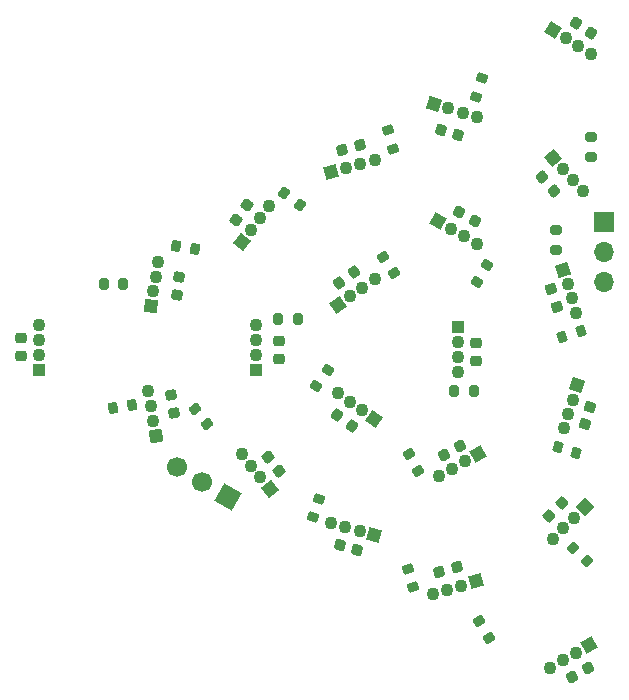
<source format=gbr>
%TF.GenerationSoftware,KiCad,Pcbnew,(6.0.2)*%
%TF.CreationDate,2022-03-10T12:30:13-08:00*%
%TF.ProjectId,triangle,74726961-6e67-46c6-952e-6b696361645f,rev?*%
%TF.SameCoordinates,Original*%
%TF.FileFunction,Soldermask,Top*%
%TF.FilePolarity,Negative*%
%FSLAX46Y46*%
G04 Gerber Fmt 4.6, Leading zero omitted, Abs format (unit mm)*
G04 Created by KiCad (PCBNEW (6.0.2)) date 2022-03-10 12:30:13*
%MOMM*%
%LPD*%
G01*
G04 APERTURE LIST*
G04 Aperture macros list*
%AMRoundRect*
0 Rectangle with rounded corners*
0 $1 Rounding radius*
0 $2 $3 $4 $5 $6 $7 $8 $9 X,Y pos of 4 corners*
0 Add a 4 corners polygon primitive as box body*
4,1,4,$2,$3,$4,$5,$6,$7,$8,$9,$2,$3,0*
0 Add four circle primitives for the rounded corners*
1,1,$1+$1,$2,$3*
1,1,$1+$1,$4,$5*
1,1,$1+$1,$6,$7*
1,1,$1+$1,$8,$9*
0 Add four rect primitives between the rounded corners*
20,1,$1+$1,$2,$3,$4,$5,0*
20,1,$1+$1,$4,$5,$6,$7,0*
20,1,$1+$1,$6,$7,$8,$9,0*
20,1,$1+$1,$8,$9,$2,$3,0*%
%AMHorizOval*
0 Thick line with rounded ends*
0 $1 width*
0 $2 $3 position (X,Y) of the first rounded end (center of the circle)*
0 $4 $5 position (X,Y) of the second rounded end (center of the circle)*
0 Add line between two ends*
20,1,$1,$2,$3,$4,$5,0*
0 Add two circle primitives to create the rounded ends*
1,1,$1,$2,$3*
1,1,$1,$4,$5*%
%AMRotRect*
0 Rectangle, with rotation*
0 The origin of the aperture is its center*
0 $1 length*
0 $2 width*
0 $3 Rotation angle, in degrees counterclockwise*
0 Add horizontal line*
21,1,$1,$2,0,0,$3*%
G04 Aperture macros list end*
%ADD10R,1.700000X1.700000*%
%ADD11O,1.700000X1.700000*%
%ADD12RoundRect,0.225000X0.285273X-0.178170X0.207131X0.264994X-0.285273X0.178170X-0.207131X-0.264994X0*%
%ADD13RoundRect,0.225000X-0.168235X0.291242X-0.307293X-0.136733X0.168235X-0.291242X0.307293X0.136733X0*%
%ADD14RoundRect,0.200000X-0.275000X0.200000X-0.275000X-0.200000X0.275000X-0.200000X0.275000X0.200000X0*%
%ADD15RoundRect,0.225000X0.069856X0.329006X-0.319856X0.104006X-0.069856X-0.329006X0.319856X-0.104006X0*%
%ADD16RoundRect,0.225000X0.147375X0.302334X-0.285193X0.178297X-0.147375X-0.302334X0.285193X-0.178297X0*%
%ADD17RotRect,1.700000X1.700000X240.000000*%
%ADD18HorizOval,1.700000X0.000000X0.000000X0.000000X0.000000X0*%
%ADD19RoundRect,0.200000X-0.339982X0.006097X-0.110552X-0.321564X0.339982X-0.006097X0.110552X0.321564X0*%
%ADD20RoundRect,0.225000X-0.288261X-0.173293X0.142076X-0.304860X0.288261X0.173293X-0.142076X0.304860X0*%
%ADD21RoundRect,0.200000X0.319474X-0.116452X0.209219X0.268053X-0.319474X0.116452X-0.209219X-0.268053X0*%
%ADD22RoundRect,0.200000X0.209219X-0.268053X0.319474X0.116452X-0.209219X0.268053X-0.319474X-0.116452X0*%
%ADD23RoundRect,0.200000X-0.240557X-0.240327X0.154518X-0.302901X0.240557X0.240327X-0.154518X0.302901X0*%
%ADD24RoundRect,0.200000X-0.275191X-0.199737X0.105232X-0.323344X0.275191X0.199737X-0.105232X0.323344X0*%
%ADD25RoundRect,0.200000X-0.335876X-0.053033X-0.053033X-0.335876X0.335876X0.053033X0.053033X0.335876X0*%
%ADD26RoundRect,0.225000X0.335527X-0.023387X0.058479X0.331218X-0.335527X0.023387X-0.058479X-0.331218X0*%
%ADD27RoundRect,0.225000X-0.304860X0.142076X-0.173293X-0.288261X0.304860X-0.142076X0.173293X0.288261X0*%
%ADD28RoundRect,0.200000X0.339835X0.011705X0.093571X0.326909X-0.339835X-0.011705X-0.093571X-0.326909X0*%
%ADD29RoundRect,0.200000X-0.200000X-0.275000X0.200000X-0.275000X0.200000X0.275000X-0.200000X0.275000X0*%
%ADD30RoundRect,0.225000X0.285193X0.178297X-0.147375X0.302334X-0.285193X-0.178297X0.147375X-0.302334X0*%
%ADD31RoundRect,0.225000X-0.336341X-0.000075X-0.035232X-0.334490X0.336341X0.000075X0.035232X0.334490X0*%
%ADD32RoundRect,0.225000X0.064250X-0.330147X0.335067X0.029239X-0.064250X0.330147X-0.335067X-0.029239X0*%
%ADD33RoundRect,0.225000X0.250000X-0.225000X0.250000X0.225000X-0.250000X0.225000X-0.250000X-0.225000X0*%
%ADD34RoundRect,0.225000X-0.147375X-0.302334X0.285193X-0.178297X0.147375X0.302334X-0.285193X0.178297X0*%
%ADD35RoundRect,0.200000X0.338157X-0.035705X0.138157X0.310705X-0.338157X0.035705X-0.138157X-0.310705X0*%
%ADD36RoundRect,0.200000X-0.138157X0.310705X-0.338157X-0.035705X0.138157X-0.310705X0.338157X0.035705X0*%
%ADD37RoundRect,0.200000X0.110859X0.321458X-0.271663X0.204509X-0.110859X-0.321458X0.271663X-0.204509X0*%
%ADD38RoundRect,0.200000X0.104923X-0.323444X0.340037X0.000162X-0.104923X0.323444X-0.340037X-0.000162X0*%
%ADD39RoundRect,0.225000X-0.017678X0.335876X-0.335876X0.017678X0.017678X-0.335876X0.335876X-0.017678X0*%
%ADD40RoundRect,0.225000X-0.319856X-0.104006X0.069856X-0.329006X0.319856X0.104006X-0.069856X0.329006X0*%
%ADD41RoundRect,0.225000X-0.040915X-0.333843X0.327703X-0.075733X0.040915X0.333843X-0.327703X0.075733X0*%
%ADD42RoundRect,0.200000X0.149208X0.305552X-0.244715X0.236092X-0.149208X-0.305552X0.244715X-0.236092X0*%
%ADD43RoundRect,0.200000X0.204509X-0.271663X0.321458X0.110859X-0.204509X0.271663X-0.321458X-0.110859X0*%
%ADD44RoundRect,0.225000X-0.250000X0.225000X-0.250000X-0.225000X0.250000X-0.225000X0.250000X0.225000X0*%
%ADD45RoundRect,0.225000X0.211724X-0.261338X0.282120X0.183121X-0.211724X0.261338X-0.282120X-0.183121X0*%
%ADD46RoundRect,0.225000X-0.323291X-0.092780X0.058331X-0.331244X0.323291X0.092780X-0.058331X0.331244X0*%
%ADD47RoundRect,0.225000X0.328975X0.070003X-0.035083X0.334506X-0.328975X-0.070003X0.035083X-0.334506X0*%
%ADD48RoundRect,0.200000X-0.325226X-0.099262X-0.005772X-0.339988X0.325226X0.099262X0.005772X0.339988X0*%
%ADD49RotRect,1.100000X1.100000X196.000000*%
%ADD50C,1.100000*%
%ADD51RotRect,1.100000X1.100000X252.000000*%
%ADD52RotRect,1.100000X1.100000X328.000000*%
%ADD53RotRect,1.100000X1.100000X100.000000*%
%ADD54RotRect,1.100000X1.100000X330.000000*%
%ADD55RotRect,1.100000X1.100000X128.000000*%
%ADD56R,1.100000X1.100000*%
%ADD57RotRect,1.100000X1.100000X53.000000*%
%ADD58RotRect,1.100000X1.100000X343.000000*%
%ADD59RotRect,1.100000X1.100000X225.000000*%
%ADD60RotRect,1.100000X1.100000X81.000000*%
%ADD61RotRect,1.100000X1.100000X144.000000*%
%ADD62RotRect,1.100000X1.100000X210.000000*%
%ADD63RotRect,1.100000X1.100000X164.000000*%
%ADD64RotRect,1.100000X1.100000X16.000000*%
%ADD65RotRect,1.100000X1.100000X312.000000*%
%ADD66RotRect,1.100000X1.100000X287.000000*%
%ADD67RotRect,1.100000X1.100000X35.000000*%
G04 APERTURE END LIST*
D10*
%TO.C,J1*%
X160050000Y-72900000D03*
D11*
X160050000Y-75440000D03*
X160050000Y-77980000D03*
%TD*%
D12*
%TO.C,C21*%
X123634577Y-89013226D03*
X123365423Y-87486774D03*
%TD*%
D13*
%TO.C,C12*%
X158900000Y-88500000D03*
X158421024Y-89974138D03*
%TD*%
D14*
%TO.C,R15*%
X158950000Y-65700000D03*
X158950000Y-67350000D03*
%TD*%
D15*
%TO.C,C4*%
X147821170Y-91825000D03*
X146478830Y-92600000D03*
%TD*%
D16*
%TO.C,C9*%
X147600000Y-102100000D03*
X146110044Y-102527238D03*
%TD*%
D17*
%TO.C,J2*%
X128250000Y-96150000D03*
D18*
X126050295Y-94880000D03*
X123850591Y-93610000D03*
%TD*%
D19*
%TO.C,R2*%
X141353598Y-75848400D03*
X142300000Y-77200000D03*
%TD*%
D20*
%TO.C,C16*%
X146217728Y-65046824D03*
X147700000Y-65500000D03*
%TD*%
D21*
%TO.C,R17*%
X142200000Y-66700000D03*
X141745198Y-65113918D03*
%TD*%
D22*
%TO.C,R8*%
X135445198Y-97886082D03*
X135900000Y-96300000D03*
%TD*%
D23*
%TO.C,R19*%
X123800000Y-74900000D03*
X125429686Y-75158116D03*
%TD*%
D24*
%TO.C,R12*%
X156130756Y-91890122D03*
X157700000Y-92400000D03*
%TD*%
D25*
%TO.C,R11*%
X157433274Y-100433274D03*
X158600000Y-101600000D03*
%TD*%
D14*
%TO.C,R14*%
X156000000Y-73550000D03*
X156000000Y-75200000D03*
%TD*%
D26*
%TO.C,C7*%
X132550000Y-93950000D03*
X131595724Y-92728584D03*
%TD*%
D21*
%TO.C,R9*%
X143900000Y-103800000D03*
X143445198Y-102213918D03*
%TD*%
D27*
%TO.C,C13*%
X155573412Y-78558864D03*
X156026588Y-80041136D03*
%TD*%
D28*
%TO.C,R7*%
X126400000Y-90000000D03*
X125384158Y-88699782D03*
%TD*%
D29*
%TO.C,R1*%
X149025000Y-87200000D03*
X147375000Y-87200000D03*
%TD*%
D30*
%TO.C,C8*%
X139144978Y-100613619D03*
X137655022Y-100186381D03*
%TD*%
D31*
%TO.C,C14*%
X155850000Y-70250000D03*
X154812848Y-69098126D03*
%TD*%
D29*
%TO.C,R6*%
X132450000Y-81100000D03*
X134100000Y-81100000D03*
%TD*%
D32*
%TO.C,C18*%
X128900000Y-72700000D03*
X129832814Y-71462114D03*
%TD*%
D33*
%TO.C,C6*%
X132500000Y-84500000D03*
X132500000Y-82950000D03*
%TD*%
D34*
%TO.C,C17*%
X137900000Y-66800000D03*
X139389956Y-66372762D03*
%TD*%
D33*
%TO.C,C20*%
X110650000Y-84250000D03*
X110650000Y-82700000D03*
%TD*%
D35*
%TO.C,R4*%
X144325000Y-93928942D03*
X143500000Y-92500000D03*
%TD*%
D36*
%TO.C,R5*%
X150100000Y-76500000D03*
X149275000Y-77928942D03*
%TD*%
D37*
%TO.C,R13*%
X158100000Y-82100000D03*
X156522098Y-82582414D03*
%TD*%
D38*
%TO.C,R3*%
X135686800Y-86766400D03*
X136656646Y-85431522D03*
%TD*%
D39*
%TO.C,C11*%
X156498008Y-96701992D03*
X155401992Y-97798008D03*
%TD*%
D40*
%TO.C,C5*%
X147757660Y-72025000D03*
X149100000Y-72800000D03*
%TD*%
D41*
%TO.C,C2*%
X137600000Y-78000000D03*
X138869686Y-77110956D03*
%TD*%
D35*
%TO.C,R10*%
X150300000Y-108100000D03*
X149475000Y-106671058D03*
%TD*%
D42*
%TO.C,R21*%
X120100000Y-88350000D03*
X118475068Y-88636520D03*
%TD*%
D43*
%TO.C,R16*%
X149200000Y-62250000D03*
X149682414Y-60672098D03*
%TD*%
D44*
%TO.C,C1*%
X149200000Y-84650000D03*
X149200000Y-83100000D03*
%TD*%
D45*
%TO.C,C19*%
X123857526Y-79080916D03*
X124100000Y-77550000D03*
%TD*%
D46*
%TO.C,C15*%
X157635526Y-56028626D03*
X158950000Y-56850000D03*
%TD*%
D47*
%TO.C,C3*%
X138734800Y-90119200D03*
X137480824Y-89208132D03*
%TD*%
D15*
%TO.C,C10*%
X158650000Y-110600000D03*
X157307660Y-111375000D03*
%TD*%
D29*
%TO.C,R20*%
X117700000Y-78150000D03*
X119350000Y-78150000D03*
%TD*%
D48*
%TO.C,R18*%
X132982252Y-70407006D03*
X134300000Y-71400000D03*
%TD*%
D49*
%TO.C,D9*%
X149200000Y-103300000D03*
D50*
X147979197Y-103650059D03*
X146758395Y-104000119D03*
X145537592Y-104350178D03*
%TD*%
D51*
%TO.C,D12*%
X157800000Y-86700000D03*
D50*
X157407549Y-87907842D03*
X157015097Y-89115684D03*
X156622646Y-90323526D03*
%TD*%
D52*
%TO.C,D15*%
X155718936Y-56631008D03*
D50*
X156795957Y-57304005D03*
X157872979Y-57977003D03*
X158950000Y-58650000D03*
%TD*%
D53*
%TO.C,D21*%
X122100000Y-90950000D03*
D50*
X121879467Y-89699294D03*
X121658933Y-88448588D03*
X121438400Y-87197882D03*
%TD*%
%TO.C,D5*%
X149300000Y-74700000D03*
X148200148Y-74065000D03*
X147100296Y-73430000D03*
D54*
X146000444Y-72795000D03*
%TD*%
D55*
%TO.C,D7*%
X131731890Y-95500773D03*
D50*
X130950000Y-94500000D03*
X130168110Y-93499226D03*
X129386220Y-92498453D03*
%TD*%
D56*
%TO.C,D20*%
X112200000Y-85440000D03*
D50*
X112200000Y-84170000D03*
X112200000Y-82900000D03*
X112200000Y-81630000D03*
%TD*%
D57*
%TO.C,D18*%
X129400000Y-74600000D03*
D50*
X130164305Y-73585733D03*
X130928611Y-72571465D03*
X131692916Y-71557198D03*
%TD*%
D56*
%TO.C,D1*%
X147700000Y-81800000D03*
D50*
X147700000Y-83070000D03*
X147700000Y-84340000D03*
X147700000Y-85610000D03*
%TD*%
D56*
%TO.C,D6*%
X130550000Y-85440000D03*
D50*
X130550000Y-84170000D03*
X130550000Y-82900000D03*
X130550000Y-81630000D03*
%TD*%
D58*
%TO.C,D16*%
X145656478Y-62886064D03*
D50*
X146870985Y-63257376D03*
X148085493Y-63628688D03*
X149300000Y-64000000D03*
%TD*%
D59*
%TO.C,D11*%
X158400000Y-97000000D03*
D50*
X157501975Y-97898025D03*
X156603949Y-98796051D03*
X155705924Y-99694076D03*
%TD*%
D60*
%TO.C,D19*%
X121700000Y-80000000D03*
D50*
X121898672Y-78745636D03*
X122097344Y-77491272D03*
X122296016Y-76236908D03*
%TD*%
D61*
%TO.C,D3*%
X140607399Y-89575231D03*
D50*
X139579948Y-88828744D03*
X138552496Y-88082256D03*
X137525045Y-87335769D03*
%TD*%
D62*
%TO.C,D10*%
X158800000Y-108700000D03*
D50*
X157700148Y-109335000D03*
X156600296Y-109970000D03*
X155500444Y-110605000D03*
%TD*%
%TO.C,D8*%
X136937592Y-98349822D03*
X138158395Y-98699881D03*
X139379197Y-99049941D03*
D63*
X140600000Y-99400000D03*
%TD*%
D64*
%TO.C,D17*%
X136958395Y-68650119D03*
D50*
X138179198Y-68300060D03*
X139400000Y-67950000D03*
X140620803Y-67599941D03*
%TD*%
D65*
%TO.C,D14*%
X155700000Y-67425000D03*
D50*
X156549796Y-68368794D03*
X157399592Y-69312588D03*
X158249388Y-70256382D03*
%TD*%
D66*
%TO.C,D13*%
X156600000Y-76900000D03*
D50*
X156971312Y-78114507D03*
X157342624Y-79329015D03*
X157713936Y-80543522D03*
%TD*%
D67*
%TO.C,D2*%
X137500000Y-79900000D03*
D50*
X138540323Y-79171558D03*
X139580647Y-78443116D03*
X140620970Y-77714674D03*
%TD*%
D62*
%TO.C,D4*%
X149400000Y-92500000D03*
D50*
X148300148Y-93135000D03*
X147200296Y-93770000D03*
X146100444Y-94405000D03*
%TD*%
M02*

</source>
